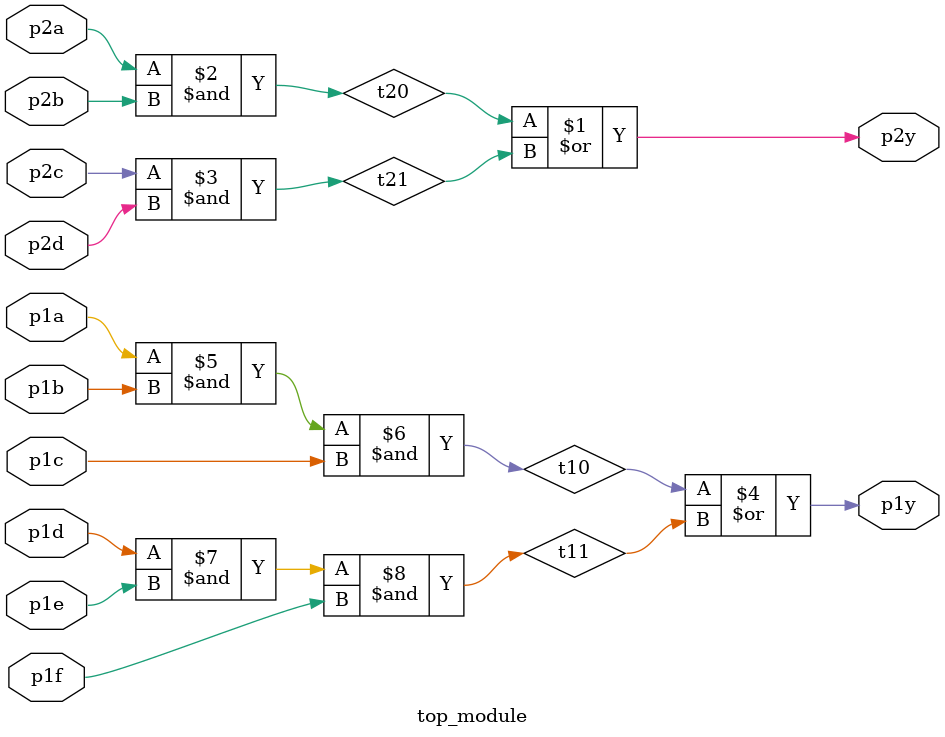
<source format=v>
module top_module ( 
    input p1a, p1b, p1c, p1d, p1e, p1f,
    output p1y,
    input p2a, p2b, p2c, p2d,
    output p2y );
    
    wire t10, t11, t20, t21;
    
    // structural modeling
    or or2(p2y,t20, t21);
    and and20(t20, p2a, p2b);
    and and21(t21, p2c,p2d);
    
    or or1(p1y, t10, t11);
    and and10(t10,p1a,p1b,p1c);
    and and11(t11,p1d,p1e,p1f);


endmodule

</source>
